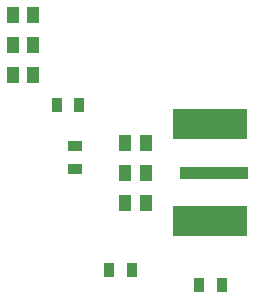
<source format=gtp>
G04 EAGLE Gerber X2 export*
%TF.Part,Single*%
%TF.FileFunction,Paste,Top*%
%TF.FilePolarity,Positive*%
%TF.GenerationSoftware,Autodesk,EAGLE,9.0.0*%
%TF.CreationDate,2018-05-04T13:36:12Z*%
G75*
%MOIN*%
%FSLAX34Y34*%
%LPD*%
%AMOC8*
5,1,8,0,0,1.08239X$1,22.5*%
G01*
%ADD10R,0.051181X0.035433*%
%ADD11R,0.035433X0.051181*%
%ADD12R,0.043307X0.055118*%
%ADD13R,0.225000X0.041000*%
%ADD14R,0.250000X0.100000*%


D10*
X9250Y6626D03*
X9250Y7374D03*
D11*
X10376Y3250D03*
X11124Y3250D03*
X13376Y2750D03*
X14124Y2750D03*
X8626Y8750D03*
X9374Y8750D03*
D12*
X11594Y5500D03*
X10906Y5500D03*
X11594Y6500D03*
X10906Y6500D03*
X11594Y7500D03*
X10906Y7500D03*
X7844Y11750D03*
X7156Y11750D03*
X7156Y10750D03*
X7844Y10750D03*
X7844Y9750D03*
X7156Y9750D03*
D13*
X13868Y6500D03*
D14*
X13750Y4875D03*
X13750Y8125D03*
M02*

</source>
